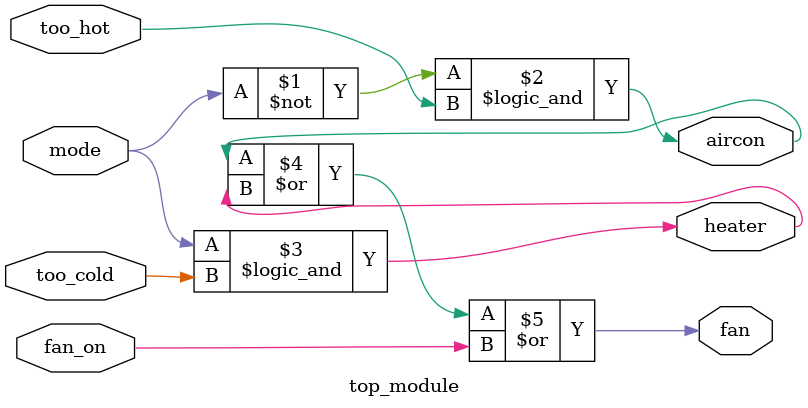
<source format=v>
module top_module (
    input too_cold,
    input too_hot,
    input mode,
    input fan_on,
    output heater,
    output aircon,
    output fan
); 
    assign aircon=~mode&&too_hot;
    assign heater=mode&&too_cold;
    assign fan=aircon|heater|fan_on;

endmodule

</source>
